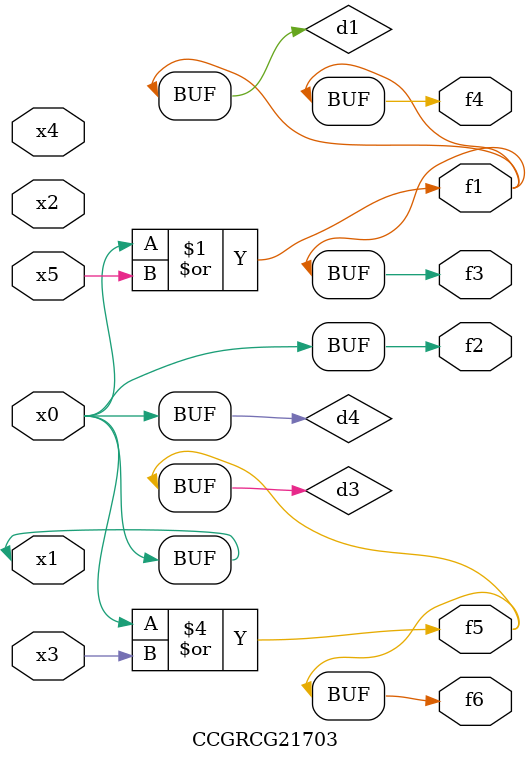
<source format=v>
module CCGRCG21703(
	input x0, x1, x2, x3, x4, x5,
	output f1, f2, f3, f4, f5, f6
);

	wire d1, d2, d3, d4;

	or (d1, x0, x5);
	xnor (d2, x1, x4);
	or (d3, x0, x3);
	buf (d4, x0, x1);
	assign f1 = d1;
	assign f2 = d4;
	assign f3 = d1;
	assign f4 = d1;
	assign f5 = d3;
	assign f6 = d3;
endmodule

</source>
